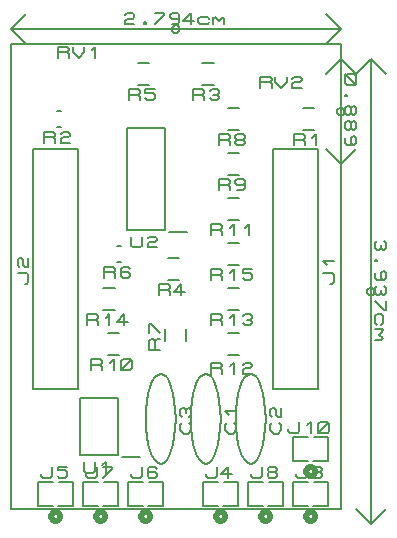
<source format=gbr>
G04 PROTEUS GERBER X2 FILE*
%TF.GenerationSoftware,Labcenter,Proteus,8.9-SP0-Build27865*%
%TF.CreationDate,2021-07-06T13:58:13+00:00*%
%TF.FileFunction,Legend,Top*%
%TF.FilePolarity,Positive*%
%TF.Part,Single*%
%TF.SameCoordinates,{18627ce9-af7a-45ab-814d-a4259279258d}*%
%FSLAX45Y45*%
%MOMM*%
G01*
%TA.AperFunction,NonMaterial*%
%ADD21C,0.203200*%
%TA.AperFunction,Material*%
%ADD22C,0.203200*%
%ADD23C,0.200000*%
%ADD24C,0.508000*%
%ADD25C,0.152400*%
%TA.AperFunction,Profile*%
%ADD20C,0.203200*%
%TD.AperFunction*%
D21*
X-9906000Y+3429000D02*
X-7112000Y+3429000D01*
X-9906000Y+3429000D02*
X-9779000Y+3302000D01*
X-9906000Y+3429000D02*
X-9779000Y+3556000D01*
X-7112000Y+3429000D02*
X-7239000Y+3556000D01*
X-7112000Y+3429000D02*
X-7239000Y+3302000D01*
X-8477250Y+3429000D02*
X-8477359Y+3431634D01*
X-8478249Y+3436903D01*
X-8480111Y+3442172D01*
X-8483154Y+3447441D01*
X-8487809Y+3452643D01*
X-8493078Y+3456469D01*
X-8498347Y+3458909D01*
X-8503616Y+3460290D01*
X-8508885Y+3460750D01*
X-8509000Y+3460750D01*
X-8540750Y+3429000D02*
X-8540641Y+3431634D01*
X-8539751Y+3436903D01*
X-8537889Y+3442172D01*
X-8534846Y+3447441D01*
X-8530191Y+3452643D01*
X-8524922Y+3456469D01*
X-8519653Y+3458909D01*
X-8514384Y+3460290D01*
X-8509115Y+3460750D01*
X-8509000Y+3460750D01*
X-8540750Y+3429000D02*
X-8540641Y+3426366D01*
X-8539751Y+3421097D01*
X-8537889Y+3415828D01*
X-8534846Y+3410559D01*
X-8530191Y+3405357D01*
X-8524922Y+3401531D01*
X-8519653Y+3399091D01*
X-8514384Y+3397710D01*
X-8509115Y+3397250D01*
X-8509000Y+3397250D01*
X-8477250Y+3429000D02*
X-8477359Y+3426366D01*
X-8478249Y+3421097D01*
X-8480111Y+3415828D01*
X-8483154Y+3410559D01*
X-8487809Y+3405357D01*
X-8493078Y+3401531D01*
X-8498347Y+3399091D01*
X-8503616Y+3397710D01*
X-8508885Y+3397250D01*
X-8509000Y+3397250D01*
X-8937625Y+3545840D02*
X-8921750Y+3561080D01*
X-8874125Y+3561080D01*
X-8858250Y+3545840D01*
X-8858250Y+3530600D01*
X-8874125Y+3515360D01*
X-8921750Y+3515360D01*
X-8937625Y+3500120D01*
X-8937625Y+3469640D01*
X-8858250Y+3469640D01*
X-8778875Y+3484880D02*
X-8763000Y+3484880D01*
X-8763000Y+3469640D01*
X-8778875Y+3469640D01*
X-8778875Y+3484880D01*
X-8683625Y+3561080D02*
X-8604250Y+3561080D01*
X-8604250Y+3545840D01*
X-8683625Y+3469640D01*
X-8477250Y+3530600D02*
X-8493125Y+3515360D01*
X-8540750Y+3515360D01*
X-8556625Y+3530600D01*
X-8556625Y+3545840D01*
X-8540750Y+3561080D01*
X-8493125Y+3561080D01*
X-8477250Y+3545840D01*
X-8477250Y+3484880D01*
X-8493125Y+3469640D01*
X-8540750Y+3469640D01*
X-8350250Y+3500120D02*
X-8445500Y+3500120D01*
X-8382000Y+3561080D01*
X-8382000Y+3469640D01*
X-8223250Y+3515360D02*
X-8239125Y+3530600D01*
X-8302625Y+3530600D01*
X-8318500Y+3515360D01*
X-8318500Y+3484880D01*
X-8302625Y+3469640D01*
X-8239125Y+3469640D01*
X-8223250Y+3484880D01*
X-8191500Y+3469640D02*
X-8191500Y+3530600D01*
X-8191500Y+3515360D02*
X-8175625Y+3530600D01*
X-8143875Y+3500120D01*
X-8112125Y+3530600D01*
X-8096250Y+3515360D01*
X-8096250Y+3469640D01*
X-6858000Y+3175000D02*
X-6858000Y-762000D01*
X-6858000Y+3175000D02*
X-6985000Y+3048000D01*
X-6858000Y+3175000D02*
X-6731000Y+3048000D01*
X-6858000Y-762000D02*
X-6731000Y-635000D01*
X-6858000Y-762000D02*
X-6985000Y-635000D01*
X-6826250Y+1206500D02*
X-6826359Y+1209134D01*
X-6827249Y+1214403D01*
X-6829111Y+1219672D01*
X-6832154Y+1224941D01*
X-6836809Y+1230143D01*
X-6842078Y+1233969D01*
X-6847347Y+1236409D01*
X-6852616Y+1237790D01*
X-6857885Y+1238250D01*
X-6858000Y+1238250D01*
X-6889750Y+1206500D02*
X-6889641Y+1209134D01*
X-6888751Y+1214403D01*
X-6886889Y+1219672D01*
X-6883846Y+1224941D01*
X-6879191Y+1230143D01*
X-6873922Y+1233969D01*
X-6868653Y+1236409D01*
X-6863384Y+1237790D01*
X-6858115Y+1238250D01*
X-6858000Y+1238250D01*
X-6889750Y+1206500D02*
X-6889641Y+1203866D01*
X-6888751Y+1198597D01*
X-6886889Y+1193328D01*
X-6883846Y+1188059D01*
X-6879191Y+1182857D01*
X-6873922Y+1179031D01*
X-6868653Y+1176591D01*
X-6863384Y+1175210D01*
X-6858115Y+1174750D01*
X-6858000Y+1174750D01*
X-6826250Y+1206500D02*
X-6826359Y+1203866D01*
X-6827249Y+1198597D01*
X-6829111Y+1193328D01*
X-6832154Y+1188059D01*
X-6836809Y+1182857D01*
X-6842078Y+1179031D01*
X-6847347Y+1176591D01*
X-6852616Y+1175210D01*
X-6857885Y+1174750D01*
X-6858000Y+1174750D01*
X-6741160Y+1635125D02*
X-6725920Y+1619250D01*
X-6725920Y+1571625D01*
X-6741160Y+1555750D01*
X-6756400Y+1555750D01*
X-6771640Y+1571625D01*
X-6786880Y+1555750D01*
X-6802120Y+1555750D01*
X-6817360Y+1571625D01*
X-6817360Y+1619250D01*
X-6802120Y+1635125D01*
X-6771640Y+1603375D02*
X-6771640Y+1571625D01*
X-6802120Y+1476375D02*
X-6802120Y+1460500D01*
X-6817360Y+1460500D01*
X-6817360Y+1476375D01*
X-6802120Y+1476375D01*
X-6756400Y+1301750D02*
X-6771640Y+1317625D01*
X-6771640Y+1365250D01*
X-6756400Y+1381125D01*
X-6741160Y+1381125D01*
X-6725920Y+1365250D01*
X-6725920Y+1317625D01*
X-6741160Y+1301750D01*
X-6802120Y+1301750D01*
X-6817360Y+1317625D01*
X-6817360Y+1365250D01*
X-6741160Y+1254125D02*
X-6725920Y+1238250D01*
X-6725920Y+1190625D01*
X-6741160Y+1174750D01*
X-6756400Y+1174750D01*
X-6771640Y+1190625D01*
X-6786880Y+1174750D01*
X-6802120Y+1174750D01*
X-6817360Y+1190625D01*
X-6817360Y+1238250D01*
X-6802120Y+1254125D01*
X-6771640Y+1222375D02*
X-6771640Y+1190625D01*
X-6725920Y+1127125D02*
X-6725920Y+1047750D01*
X-6741160Y+1047750D01*
X-6817360Y+1127125D01*
X-6771640Y+920750D02*
X-6756400Y+936625D01*
X-6756400Y+1000125D01*
X-6771640Y+1016000D01*
X-6802120Y+1016000D01*
X-6817360Y+1000125D01*
X-6817360Y+936625D01*
X-6802120Y+920750D01*
X-6817360Y+889000D02*
X-6756400Y+889000D01*
X-6771640Y+889000D02*
X-6756400Y+873125D01*
X-6786880Y+841375D01*
X-6756400Y+809625D01*
X-6771640Y+793750D01*
X-6817360Y+793750D01*
D22*
X-7683500Y+381000D02*
X-7302500Y+381000D01*
X-7302500Y+2413000D01*
X-7683500Y+2413000D01*
X-7683500Y+381000D01*
X-7200900Y+1270000D02*
X-7185660Y+1270000D01*
X-7170420Y+1285875D01*
X-7170420Y+1349375D01*
X-7185660Y+1365250D01*
X-7261860Y+1365250D01*
X-7231380Y+1428750D02*
X-7261860Y+1460500D01*
X-7170420Y+1460500D01*
X-9715500Y+381000D02*
X-9334500Y+381000D01*
X-9334500Y+2413000D01*
X-9715500Y+2413000D01*
X-9715500Y+381000D01*
X-9786620Y+1270000D02*
X-9771380Y+1270000D01*
X-9756140Y+1285875D01*
X-9756140Y+1349375D01*
X-9771380Y+1365250D01*
X-9847580Y+1365250D01*
X-9832340Y+1412875D02*
X-9847580Y+1428750D01*
X-9847580Y+1476375D01*
X-9832340Y+1492250D01*
X-9817100Y+1492250D01*
X-9801860Y+1476375D01*
X-9801860Y+1428750D01*
X-9786620Y+1412875D01*
X-9756140Y+1412875D01*
X-9756140Y+1492250D01*
D21*
X-7112000Y+3175000D02*
X-7112000Y+2286000D01*
X-7112000Y+3175000D02*
X-7239000Y+3048000D01*
X-7112000Y+3175000D02*
X-6985000Y+3048000D01*
X-7112000Y+2286000D02*
X-6985000Y+2413000D01*
X-7112000Y+2286000D02*
X-7239000Y+2413000D01*
X-7080250Y+2730500D02*
X-7080359Y+2733134D01*
X-7081249Y+2738403D01*
X-7083111Y+2743672D01*
X-7086154Y+2748941D01*
X-7090809Y+2754143D01*
X-7096078Y+2757969D01*
X-7101347Y+2760409D01*
X-7106616Y+2761790D01*
X-7111885Y+2762250D01*
X-7112000Y+2762250D01*
X-7143750Y+2730500D02*
X-7143641Y+2733134D01*
X-7142751Y+2738403D01*
X-7140889Y+2743672D01*
X-7137846Y+2748941D01*
X-7133191Y+2754143D01*
X-7127922Y+2757969D01*
X-7122653Y+2760409D01*
X-7117384Y+2761790D01*
X-7112115Y+2762250D01*
X-7112000Y+2762250D01*
X-7143750Y+2730500D02*
X-7143641Y+2727866D01*
X-7142751Y+2722597D01*
X-7140889Y+2717328D01*
X-7137846Y+2712059D01*
X-7133191Y+2706857D01*
X-7127922Y+2703031D01*
X-7122653Y+2700591D01*
X-7117384Y+2699210D01*
X-7112115Y+2698750D01*
X-7112000Y+2698750D01*
X-7080250Y+2730500D02*
X-7080359Y+2727866D01*
X-7081249Y+2722597D01*
X-7083111Y+2717328D01*
X-7086154Y+2712059D01*
X-7090809Y+2706857D01*
X-7096078Y+2703031D01*
X-7101347Y+2700591D01*
X-7106616Y+2699210D01*
X-7111885Y+2698750D01*
X-7112000Y+2698750D01*
X-7056120Y+3048000D02*
X-6995160Y+3048000D01*
X-6979920Y+3032125D01*
X-6979920Y+2968625D01*
X-6995160Y+2952750D01*
X-7056120Y+2952750D01*
X-7071360Y+2968625D01*
X-7071360Y+3032125D01*
X-7056120Y+3048000D01*
X-7071360Y+3048000D02*
X-6979920Y+2952750D01*
X-7056120Y+2873375D02*
X-7056120Y+2857500D01*
X-7071360Y+2857500D01*
X-7071360Y+2873375D01*
X-7056120Y+2873375D01*
X-7025640Y+2762250D02*
X-7010400Y+2778125D01*
X-6995160Y+2778125D01*
X-6979920Y+2762250D01*
X-6979920Y+2714625D01*
X-6995160Y+2698750D01*
X-7010400Y+2698750D01*
X-7025640Y+2714625D01*
X-7025640Y+2762250D01*
X-7040880Y+2778125D01*
X-7056120Y+2778125D01*
X-7071360Y+2762250D01*
X-7071360Y+2714625D01*
X-7056120Y+2698750D01*
X-7040880Y+2698750D01*
X-7025640Y+2714625D01*
X-7025640Y+2635250D02*
X-7010400Y+2651125D01*
X-6995160Y+2651125D01*
X-6979920Y+2635250D01*
X-6979920Y+2587625D01*
X-6995160Y+2571750D01*
X-7010400Y+2571750D01*
X-7025640Y+2587625D01*
X-7025640Y+2635250D01*
X-7040880Y+2651125D01*
X-7056120Y+2651125D01*
X-7071360Y+2635250D01*
X-7071360Y+2587625D01*
X-7056120Y+2571750D01*
X-7040880Y+2571750D01*
X-7025640Y+2587625D01*
X-7010400Y+2444750D02*
X-7025640Y+2460625D01*
X-7025640Y+2508250D01*
X-7010400Y+2524125D01*
X-6995160Y+2524125D01*
X-6979920Y+2508250D01*
X-6979920Y+2460625D01*
X-6995160Y+2444750D01*
X-7056120Y+2444750D01*
X-7071360Y+2460625D01*
X-7071360Y+2508250D01*
D23*
X-8923000Y+1727000D02*
X-8603000Y+1727000D01*
X-8603000Y+2591000D01*
X-8923000Y+2591000D01*
X-8923000Y+1727000D01*
X-8415000Y+1711000D02*
X-8568000Y+1711000D01*
D22*
X-8890000Y+1670520D02*
X-8890000Y+1594320D01*
X-8874125Y+1579080D01*
X-8810625Y+1579080D01*
X-8794750Y+1594320D01*
X-8794750Y+1670520D01*
X-8747125Y+1655280D02*
X-8731250Y+1670520D01*
X-8683625Y+1670520D01*
X-8667750Y+1655280D01*
X-8667750Y+1640040D01*
X-8683625Y+1624800D01*
X-8731250Y+1624800D01*
X-8747125Y+1609560D01*
X-8747125Y+1579080D01*
X-8667750Y+1579080D01*
D23*
X-9321000Y-181500D02*
X-9001000Y-181500D01*
X-9001000Y+308500D01*
X-9321000Y+308500D01*
X-9321000Y-181500D01*
X-8813000Y-194500D02*
X-8966000Y-194500D01*
D22*
X-9288000Y-234980D02*
X-9288000Y-311180D01*
X-9272125Y-326420D01*
X-9208625Y-326420D01*
X-9192750Y-311180D01*
X-9192750Y-234980D01*
X-9129250Y-265460D02*
X-9097500Y-234980D01*
X-9097500Y-326420D01*
X-7791450Y+2932430D02*
X-7791450Y+3023870D01*
X-7712075Y+3023870D01*
X-7696200Y+3008630D01*
X-7696200Y+2993390D01*
X-7712075Y+2978150D01*
X-7791450Y+2978150D01*
X-7712075Y+2978150D02*
X-7696200Y+2962910D01*
X-7696200Y+2932430D01*
X-7664450Y+3023870D02*
X-7664450Y+2978150D01*
X-7616825Y+2932430D01*
X-7569200Y+2978150D01*
X-7569200Y+3023870D01*
X-7521575Y+3008630D02*
X-7505700Y+3023870D01*
X-7458075Y+3023870D01*
X-7442200Y+3008630D01*
X-7442200Y+2993390D01*
X-7458075Y+2978150D01*
X-7505700Y+2978150D01*
X-7521575Y+2962910D01*
X-7521575Y+2932430D01*
X-7442200Y+2932430D01*
X-9505950Y+3186430D02*
X-9505950Y+3277870D01*
X-9426575Y+3277870D01*
X-9410700Y+3262630D01*
X-9410700Y+3247390D01*
X-9426575Y+3232150D01*
X-9505950Y+3232150D01*
X-9426575Y+3232150D02*
X-9410700Y+3216910D01*
X-9410700Y+3186430D01*
X-9378950Y+3277870D02*
X-9378950Y+3232150D01*
X-9331325Y+3186430D01*
X-9283700Y+3232150D01*
X-9283700Y+3277870D01*
X-9220200Y+3247390D02*
X-9188450Y+3277870D01*
X-9188450Y+3186430D01*
D23*
X-7969000Y+1614000D02*
X-8069000Y+1614000D01*
X-7969000Y+1434000D02*
X-8069000Y+1434000D01*
D22*
X-8209500Y+1302080D02*
X-8209500Y+1393520D01*
X-8130125Y+1393520D01*
X-8114250Y+1378280D01*
X-8114250Y+1363040D01*
X-8130125Y+1347800D01*
X-8209500Y+1347800D01*
X-8130125Y+1347800D02*
X-8114250Y+1332560D01*
X-8114250Y+1302080D01*
X-8050750Y+1363040D02*
X-8019000Y+1393520D01*
X-8019000Y+1302080D01*
X-7860250Y+1393520D02*
X-7939625Y+1393520D01*
X-7939625Y+1363040D01*
X-7876125Y+1363040D01*
X-7860250Y+1347800D01*
X-7860250Y+1317320D01*
X-7876125Y+1302080D01*
X-7923750Y+1302080D01*
X-7939625Y+1317320D01*
D23*
X-9021000Y+1233000D02*
X-9121000Y+1233000D01*
X-9021000Y+1053000D02*
X-9121000Y+1053000D01*
D22*
X-9261500Y+921080D02*
X-9261500Y+1012520D01*
X-9182125Y+1012520D01*
X-9166250Y+997280D01*
X-9166250Y+982040D01*
X-9182125Y+966800D01*
X-9261500Y+966800D01*
X-9182125Y+966800D02*
X-9166250Y+951560D01*
X-9166250Y+921080D01*
X-9102750Y+982040D02*
X-9071000Y+1012520D01*
X-9071000Y+921080D01*
X-8912250Y+951560D02*
X-9007500Y+951560D01*
X-8944000Y+1012520D01*
X-8944000Y+921080D01*
D23*
X-7969000Y+1233000D02*
X-8069000Y+1233000D01*
X-7969000Y+1053000D02*
X-8069000Y+1053000D01*
D22*
X-8209500Y+921080D02*
X-8209500Y+1012520D01*
X-8130125Y+1012520D01*
X-8114250Y+997280D01*
X-8114250Y+982040D01*
X-8130125Y+966800D01*
X-8209500Y+966800D01*
X-8130125Y+966800D02*
X-8114250Y+951560D01*
X-8114250Y+921080D01*
X-8050750Y+982040D02*
X-8019000Y+1012520D01*
X-8019000Y+921080D01*
X-7939625Y+997280D02*
X-7923750Y+1012520D01*
X-7876125Y+1012520D01*
X-7860250Y+997280D01*
X-7860250Y+982040D01*
X-7876125Y+966800D01*
X-7860250Y+951560D01*
X-7860250Y+936320D01*
X-7876125Y+921080D01*
X-7923750Y+921080D01*
X-7939625Y+936320D01*
X-7907875Y+966800D02*
X-7876125Y+966800D01*
D23*
X-8069000Y+672000D02*
X-7969000Y+672000D01*
X-8069000Y+852000D02*
X-7969000Y+852000D01*
D22*
X-8209500Y+511480D02*
X-8209500Y+602920D01*
X-8130125Y+602920D01*
X-8114250Y+587680D01*
X-8114250Y+572440D01*
X-8130125Y+557200D01*
X-8209500Y+557200D01*
X-8130125Y+557200D02*
X-8114250Y+541960D01*
X-8114250Y+511480D01*
X-8050750Y+572440D02*
X-8019000Y+602920D01*
X-8019000Y+511480D01*
X-7939625Y+587680D02*
X-7923750Y+602920D01*
X-7876125Y+602920D01*
X-7860250Y+587680D01*
X-7860250Y+572440D01*
X-7876125Y+557200D01*
X-7923750Y+557200D01*
X-7939625Y+541960D01*
X-7939625Y+511480D01*
X-7860250Y+511480D01*
D23*
X-7969000Y+1995000D02*
X-8069000Y+1995000D01*
X-7969000Y+1815000D02*
X-8069000Y+1815000D01*
D22*
X-8209500Y+1683080D02*
X-8209500Y+1774520D01*
X-8130125Y+1774520D01*
X-8114250Y+1759280D01*
X-8114250Y+1744040D01*
X-8130125Y+1728800D01*
X-8209500Y+1728800D01*
X-8130125Y+1728800D02*
X-8114250Y+1713560D01*
X-8114250Y+1683080D01*
X-8050750Y+1744040D02*
X-8019000Y+1774520D01*
X-8019000Y+1683080D01*
X-7923750Y+1744040D02*
X-7892000Y+1774520D01*
X-7892000Y+1683080D01*
D23*
X-8985000Y+852000D02*
X-9085000Y+852000D01*
X-8985000Y+672000D02*
X-9085000Y+672000D01*
D22*
X-9225500Y+540080D02*
X-9225500Y+631520D01*
X-9146125Y+631520D01*
X-9130250Y+616280D01*
X-9130250Y+601040D01*
X-9146125Y+585800D01*
X-9225500Y+585800D01*
X-9146125Y+585800D02*
X-9130250Y+570560D01*
X-9130250Y+540080D01*
X-9066750Y+601040D02*
X-9035000Y+631520D01*
X-9035000Y+540080D01*
X-8971500Y+555320D02*
X-8971500Y+616280D01*
X-8955625Y+631520D01*
X-8892125Y+631520D01*
X-8876250Y+616280D01*
X-8876250Y+555320D01*
X-8892125Y+540080D01*
X-8955625Y+540080D01*
X-8971500Y+555320D01*
X-8971500Y+540080D02*
X-8876250Y+631520D01*
D23*
X-7969000Y+2376000D02*
X-8069000Y+2376000D01*
X-7969000Y+2196000D02*
X-8069000Y+2196000D01*
D22*
X-8146000Y+2064080D02*
X-8146000Y+2155520D01*
X-8066625Y+2155520D01*
X-8050750Y+2140280D01*
X-8050750Y+2125040D01*
X-8066625Y+2109800D01*
X-8146000Y+2109800D01*
X-8066625Y+2109800D02*
X-8050750Y+2094560D01*
X-8050750Y+2064080D01*
X-7923750Y+2125040D02*
X-7939625Y+2109800D01*
X-7987250Y+2109800D01*
X-8003125Y+2125040D01*
X-8003125Y+2140280D01*
X-7987250Y+2155520D01*
X-7939625Y+2155520D01*
X-7923750Y+2140280D01*
X-7923750Y+2079320D01*
X-7939625Y+2064080D01*
X-7987250Y+2064080D01*
D23*
X-7969000Y+2757000D02*
X-8069000Y+2757000D01*
X-7969000Y+2577000D02*
X-8069000Y+2577000D01*
D22*
X-8146000Y+2445080D02*
X-8146000Y+2536520D01*
X-8066625Y+2536520D01*
X-8050750Y+2521280D01*
X-8050750Y+2506040D01*
X-8066625Y+2490800D01*
X-8146000Y+2490800D01*
X-8066625Y+2490800D02*
X-8050750Y+2475560D01*
X-8050750Y+2445080D01*
X-7987250Y+2490800D02*
X-8003125Y+2506040D01*
X-8003125Y+2521280D01*
X-7987250Y+2536520D01*
X-7939625Y+2536520D01*
X-7923750Y+2521280D01*
X-7923750Y+2506040D01*
X-7939625Y+2490800D01*
X-7987250Y+2490800D01*
X-8003125Y+2475560D01*
X-8003125Y+2460320D01*
X-7987250Y+2445080D01*
X-7939625Y+2445080D01*
X-7923750Y+2460320D01*
X-7923750Y+2475560D01*
X-7939625Y+2490800D01*
D23*
X-8419000Y+785000D02*
X-8419000Y+885000D01*
X-8599000Y+785000D02*
X-8599000Y+885000D01*
D22*
X-8639480Y+708000D02*
X-8730920Y+708000D01*
X-8730920Y+787375D01*
X-8715680Y+803250D01*
X-8700440Y+803250D01*
X-8685200Y+787375D01*
X-8685200Y+708000D01*
X-8685200Y+787375D02*
X-8669960Y+803250D01*
X-8639480Y+803250D01*
X-8730920Y+850875D02*
X-8730920Y+930250D01*
X-8715680Y+930250D01*
X-8639480Y+850875D01*
D23*
X-8975000Y+1594000D02*
X-9005000Y+1594000D01*
X-8975000Y+1454000D02*
X-9005000Y+1454000D01*
D22*
X-9117000Y+1322080D02*
X-9117000Y+1413520D01*
X-9037625Y+1413520D01*
X-9021750Y+1398280D01*
X-9021750Y+1383040D01*
X-9037625Y+1367800D01*
X-9117000Y+1367800D01*
X-9037625Y+1367800D02*
X-9021750Y+1352560D01*
X-9021750Y+1322080D01*
X-8894750Y+1398280D02*
X-8910625Y+1413520D01*
X-8958250Y+1413520D01*
X-8974125Y+1398280D01*
X-8974125Y+1337320D01*
X-8958250Y+1322080D01*
X-8910625Y+1322080D01*
X-8894750Y+1337320D01*
X-8894750Y+1352560D01*
X-8910625Y+1367800D01*
X-8974125Y+1367800D01*
D23*
X-8731000Y+3138000D02*
X-8831000Y+3138000D01*
X-8731000Y+2958000D02*
X-8831000Y+2958000D01*
D22*
X-8908000Y+2826080D02*
X-8908000Y+2917520D01*
X-8828625Y+2917520D01*
X-8812750Y+2902280D01*
X-8812750Y+2887040D01*
X-8828625Y+2871800D01*
X-8908000Y+2871800D01*
X-8828625Y+2871800D02*
X-8812750Y+2856560D01*
X-8812750Y+2826080D01*
X-8685750Y+2917520D02*
X-8765125Y+2917520D01*
X-8765125Y+2887040D01*
X-8701625Y+2887040D01*
X-8685750Y+2871800D01*
X-8685750Y+2841320D01*
X-8701625Y+2826080D01*
X-8749250Y+2826080D01*
X-8765125Y+2841320D01*
D23*
X-8477000Y+1487000D02*
X-8577000Y+1487000D01*
X-8477000Y+1307000D02*
X-8577000Y+1307000D01*
D22*
X-8654000Y+1175080D02*
X-8654000Y+1266520D01*
X-8574625Y+1266520D01*
X-8558750Y+1251280D01*
X-8558750Y+1236040D01*
X-8574625Y+1220800D01*
X-8654000Y+1220800D01*
X-8574625Y+1220800D02*
X-8558750Y+1205560D01*
X-8558750Y+1175080D01*
X-8431750Y+1205560D02*
X-8527000Y+1205560D01*
X-8463500Y+1266520D01*
X-8463500Y+1175080D01*
D23*
X-8187000Y+3138000D02*
X-8287000Y+3138000D01*
X-8187000Y+2958000D02*
X-8287000Y+2958000D01*
D22*
X-8364000Y+2826080D02*
X-8364000Y+2917520D01*
X-8284625Y+2917520D01*
X-8268750Y+2902280D01*
X-8268750Y+2887040D01*
X-8284625Y+2871800D01*
X-8364000Y+2871800D01*
X-8284625Y+2871800D02*
X-8268750Y+2856560D01*
X-8268750Y+2826080D01*
X-8221125Y+2902280D02*
X-8205250Y+2917520D01*
X-8157625Y+2917520D01*
X-8141750Y+2902280D01*
X-8141750Y+2887040D01*
X-8157625Y+2871800D01*
X-8141750Y+2856560D01*
X-8141750Y+2841320D01*
X-8157625Y+2826080D01*
X-8205250Y+2826080D01*
X-8221125Y+2841320D01*
X-8189375Y+2871800D02*
X-8157625Y+2871800D01*
D23*
X-9483000Y+2737000D02*
X-9513000Y+2737000D01*
X-9483000Y+2597000D02*
X-9513000Y+2597000D01*
D22*
X-9625000Y+2465080D02*
X-9625000Y+2556520D01*
X-9545625Y+2556520D01*
X-9529750Y+2541280D01*
X-9529750Y+2526040D01*
X-9545625Y+2510800D01*
X-9625000Y+2510800D01*
X-9545625Y+2510800D02*
X-9529750Y+2495560D01*
X-9529750Y+2465080D01*
X-9482125Y+2541280D02*
X-9466250Y+2556520D01*
X-9418625Y+2556520D01*
X-9402750Y+2541280D01*
X-9402750Y+2526040D01*
X-9418625Y+2510800D01*
X-9466250Y+2510800D01*
X-9482125Y+2495560D01*
X-9482125Y+2465080D01*
X-9402750Y+2465080D01*
D23*
X-7334000Y+2757000D02*
X-7434000Y+2757000D01*
X-7334000Y+2577000D02*
X-7434000Y+2577000D01*
D22*
X-7511000Y+2445080D02*
X-7511000Y+2536520D01*
X-7431625Y+2536520D01*
X-7415750Y+2521280D01*
X-7415750Y+2506040D01*
X-7431625Y+2490800D01*
X-7511000Y+2490800D01*
X-7431625Y+2490800D02*
X-7415750Y+2475560D01*
X-7415750Y+2445080D01*
X-7352250Y+2506040D02*
X-7320500Y+2536520D01*
X-7320500Y+2445080D01*
X-8255000Y+508000D02*
X-8229124Y+500484D01*
X-8205152Y+478830D01*
X-8183562Y+444376D01*
X-8164830Y+398462D01*
X-8149431Y+342429D01*
X-8137842Y+277614D01*
X-8130540Y+205358D01*
X-8128000Y+127000D01*
X-8255000Y-254000D02*
X-8229124Y-246380D01*
X-8205152Y-224472D01*
X-8183562Y-189706D01*
X-8164830Y-143510D01*
X-8149431Y-87312D01*
X-8137842Y-22542D01*
X-8130540Y+49371D01*
X-8128000Y+127000D01*
X-8255000Y-254000D02*
X-8280876Y-246380D01*
X-8304848Y-224472D01*
X-8326438Y-189706D01*
X-8345170Y-143510D01*
X-8360569Y-87312D01*
X-8372158Y-22542D01*
X-8379460Y+49371D01*
X-8382000Y+127000D01*
X-8255000Y+508000D02*
X-8280876Y+500484D01*
X-8304848Y+478830D01*
X-8326438Y+444376D01*
X-8345170Y+398462D01*
X-8360569Y+342429D01*
X-8372158Y+277614D01*
X-8379460Y+205358D01*
X-8382000Y+127000D01*
X-8011160Y+95250D02*
X-7995920Y+79375D01*
X-7995920Y+31750D01*
X-8026400Y+0D01*
X-8056880Y+0D01*
X-8087360Y+31750D01*
X-8087360Y+79375D01*
X-8072120Y+95250D01*
X-8056880Y+158750D02*
X-8087360Y+190500D01*
X-7995920Y+190500D01*
X-7874000Y+508000D02*
X-7848124Y+500484D01*
X-7824152Y+478830D01*
X-7802562Y+444376D01*
X-7783830Y+398462D01*
X-7768431Y+342429D01*
X-7756842Y+277614D01*
X-7749540Y+205358D01*
X-7747000Y+127000D01*
X-7874000Y-254000D02*
X-7848124Y-246380D01*
X-7824152Y-224472D01*
X-7802562Y-189706D01*
X-7783830Y-143510D01*
X-7768431Y-87312D01*
X-7756842Y-22542D01*
X-7749540Y+49371D01*
X-7747000Y+127000D01*
X-7874000Y-254000D02*
X-7899876Y-246380D01*
X-7923848Y-224472D01*
X-7945438Y-189706D01*
X-7964170Y-143510D01*
X-7979569Y-87312D01*
X-7991158Y-22542D01*
X-7998460Y+49371D01*
X-8001000Y+127000D01*
X-7874000Y+508000D02*
X-7899876Y+500484D01*
X-7923848Y+478830D01*
X-7945438Y+444376D01*
X-7964170Y+398462D01*
X-7979569Y+342429D01*
X-7991158Y+277614D01*
X-7998460Y+205358D01*
X-8001000Y+127000D01*
X-7630160Y+95250D02*
X-7614920Y+79375D01*
X-7614920Y+31750D01*
X-7645400Y+0D01*
X-7675880Y+0D01*
X-7706360Y+31750D01*
X-7706360Y+79375D01*
X-7691120Y+95250D01*
X-7691120Y+142875D02*
X-7706360Y+158750D01*
X-7706360Y+206375D01*
X-7691120Y+222250D01*
X-7675880Y+222250D01*
X-7660640Y+206375D01*
X-7660640Y+158750D01*
X-7645400Y+142875D01*
X-7614920Y+142875D01*
X-7614920Y+222250D01*
X-8636000Y+508000D02*
X-8610124Y+500484D01*
X-8586152Y+478830D01*
X-8564562Y+444376D01*
X-8545830Y+398462D01*
X-8530431Y+342429D01*
X-8518842Y+277614D01*
X-8511540Y+205358D01*
X-8509000Y+127000D01*
X-8636000Y-254000D02*
X-8610124Y-246380D01*
X-8586152Y-224472D01*
X-8564562Y-189706D01*
X-8545830Y-143510D01*
X-8530431Y-87312D01*
X-8518842Y-22542D01*
X-8511540Y+49371D01*
X-8509000Y+127000D01*
X-8636000Y-254000D02*
X-8661876Y-246380D01*
X-8685848Y-224472D01*
X-8707438Y-189706D01*
X-8726170Y-143510D01*
X-8741569Y-87312D01*
X-8753158Y-22542D01*
X-8760460Y+49371D01*
X-8763000Y+127000D01*
X-8636000Y+508000D02*
X-8661876Y+500484D01*
X-8685848Y+478830D01*
X-8707438Y+444376D01*
X-8726170Y+398462D01*
X-8741569Y+342429D01*
X-8753158Y+277614D01*
X-8760460Y+205358D01*
X-8763000Y+127000D01*
X-8392160Y+95250D02*
X-8376920Y+79375D01*
X-8376920Y+31750D01*
X-8407400Y+0D01*
X-8437880Y+0D01*
X-8468360Y+31750D01*
X-8468360Y+79375D01*
X-8453120Y+95250D01*
X-8453120Y+142875D02*
X-8468360Y+158750D01*
X-8468360Y+206375D01*
X-8453120Y+222250D01*
X-8437880Y+222250D01*
X-8422640Y+206375D01*
X-8407400Y+222250D01*
X-8392160Y+222250D01*
X-8376920Y+206375D01*
X-8376920Y+158750D01*
X-8392160Y+142875D01*
X-8422640Y+174625D02*
X-8422640Y+206375D01*
D24*
X-9486900Y-698500D02*
X-9487031Y-695342D01*
X-9488097Y-689024D01*
X-9490328Y-682706D01*
X-9493973Y-676388D01*
X-9499548Y-670149D01*
X-9505866Y-665553D01*
X-9512184Y-662620D01*
X-9518502Y-660958D01*
X-9524820Y-660400D01*
X-9525000Y-660400D01*
X-9563100Y-698500D02*
X-9562969Y-695342D01*
X-9561903Y-689024D01*
X-9559672Y-682706D01*
X-9556027Y-676388D01*
X-9550452Y-670149D01*
X-9544134Y-665553D01*
X-9537816Y-662620D01*
X-9531498Y-660958D01*
X-9525180Y-660400D01*
X-9525000Y-660400D01*
X-9563100Y-698500D02*
X-9562969Y-701658D01*
X-9561903Y-707976D01*
X-9559672Y-714294D01*
X-9556027Y-720612D01*
X-9550452Y-726851D01*
X-9544134Y-731447D01*
X-9537816Y-734380D01*
X-9531498Y-736042D01*
X-9525180Y-736600D01*
X-9525000Y-736600D01*
X-9486900Y-698500D02*
X-9487031Y-701658D01*
X-9488097Y-707976D01*
X-9490328Y-714294D01*
X-9493973Y-720612D01*
X-9499548Y-726851D01*
X-9505866Y-731447D01*
X-9512184Y-734380D01*
X-9518502Y-736042D01*
X-9524820Y-736600D01*
X-9525000Y-736600D01*
D25*
X-9674860Y-608660D02*
X-9547407Y-608660D01*
X-9375140Y-608660D02*
X-9375140Y-408000D01*
X-9499809Y-408000D01*
X-9674860Y-408000D02*
X-9674860Y-608660D01*
X-9550191Y-408000D02*
X-9674860Y-408000D01*
X-9502593Y-608660D02*
X-9375140Y-608660D01*
D22*
X-9652000Y-339420D02*
X-9652000Y-354660D01*
X-9636125Y-369900D01*
X-9572625Y-369900D01*
X-9556750Y-354660D01*
X-9556750Y-278460D01*
X-9429750Y-278460D02*
X-9509125Y-278460D01*
X-9509125Y-308940D01*
X-9445625Y-308940D01*
X-9429750Y-324180D01*
X-9429750Y-354660D01*
X-9445625Y-369900D01*
X-9493250Y-369900D01*
X-9509125Y-354660D01*
D24*
X-8724900Y-698500D02*
X-8725031Y-695342D01*
X-8726097Y-689024D01*
X-8728328Y-682706D01*
X-8731973Y-676388D01*
X-8737548Y-670149D01*
X-8743866Y-665553D01*
X-8750184Y-662620D01*
X-8756502Y-660958D01*
X-8762820Y-660400D01*
X-8763000Y-660400D01*
X-8801100Y-698500D02*
X-8800969Y-695342D01*
X-8799903Y-689024D01*
X-8797672Y-682706D01*
X-8794027Y-676388D01*
X-8788452Y-670149D01*
X-8782134Y-665553D01*
X-8775816Y-662620D01*
X-8769498Y-660958D01*
X-8763180Y-660400D01*
X-8763000Y-660400D01*
X-8801100Y-698500D02*
X-8800969Y-701658D01*
X-8799903Y-707976D01*
X-8797672Y-714294D01*
X-8794027Y-720612D01*
X-8788452Y-726851D01*
X-8782134Y-731447D01*
X-8775816Y-734380D01*
X-8769498Y-736042D01*
X-8763180Y-736600D01*
X-8763000Y-736600D01*
X-8724900Y-698500D02*
X-8725031Y-701658D01*
X-8726097Y-707976D01*
X-8728328Y-714294D01*
X-8731973Y-720612D01*
X-8737548Y-726851D01*
X-8743866Y-731447D01*
X-8750184Y-734380D01*
X-8756502Y-736042D01*
X-8762820Y-736600D01*
X-8763000Y-736600D01*
D25*
X-8912860Y-608660D02*
X-8785407Y-608660D01*
X-8613140Y-608660D02*
X-8613140Y-408000D01*
X-8737809Y-408000D01*
X-8912860Y-408000D02*
X-8912860Y-608660D01*
X-8788191Y-408000D02*
X-8912860Y-408000D01*
X-8740593Y-608660D02*
X-8613140Y-608660D01*
D22*
X-8890000Y-339420D02*
X-8890000Y-354660D01*
X-8874125Y-369900D01*
X-8810625Y-369900D01*
X-8794750Y-354660D01*
X-8794750Y-278460D01*
X-8667750Y-293700D02*
X-8683625Y-278460D01*
X-8731250Y-278460D01*
X-8747125Y-293700D01*
X-8747125Y-354660D01*
X-8731250Y-369900D01*
X-8683625Y-369900D01*
X-8667750Y-354660D01*
X-8667750Y-339420D01*
X-8683625Y-324180D01*
X-8747125Y-324180D01*
D24*
X-9105900Y-698500D02*
X-9106031Y-695342D01*
X-9107097Y-689024D01*
X-9109328Y-682706D01*
X-9112973Y-676388D01*
X-9118548Y-670149D01*
X-9124866Y-665553D01*
X-9131184Y-662620D01*
X-9137502Y-660958D01*
X-9143820Y-660400D01*
X-9144000Y-660400D01*
X-9182100Y-698500D02*
X-9181969Y-695342D01*
X-9180903Y-689024D01*
X-9178672Y-682706D01*
X-9175027Y-676388D01*
X-9169452Y-670149D01*
X-9163134Y-665553D01*
X-9156816Y-662620D01*
X-9150498Y-660958D01*
X-9144180Y-660400D01*
X-9144000Y-660400D01*
X-9182100Y-698500D02*
X-9181969Y-701658D01*
X-9180903Y-707976D01*
X-9178672Y-714294D01*
X-9175027Y-720612D01*
X-9169452Y-726851D01*
X-9163134Y-731447D01*
X-9156816Y-734380D01*
X-9150498Y-736042D01*
X-9144180Y-736600D01*
X-9144000Y-736600D01*
X-9105900Y-698500D02*
X-9106031Y-701658D01*
X-9107097Y-707976D01*
X-9109328Y-714294D01*
X-9112973Y-720612D01*
X-9118548Y-726851D01*
X-9124866Y-731447D01*
X-9131184Y-734380D01*
X-9137502Y-736042D01*
X-9143820Y-736600D01*
X-9144000Y-736600D01*
D25*
X-9293860Y-608660D02*
X-9166407Y-608660D01*
X-8994140Y-608660D02*
X-8994140Y-408000D01*
X-9118809Y-408000D01*
X-9293860Y-408000D02*
X-9293860Y-608660D01*
X-9169191Y-408000D02*
X-9293860Y-408000D01*
X-9121593Y-608660D02*
X-8994140Y-608660D01*
D22*
X-9271000Y-339420D02*
X-9271000Y-354660D01*
X-9255125Y-369900D01*
X-9191625Y-369900D01*
X-9175750Y-354660D01*
X-9175750Y-278460D01*
X-9128125Y-278460D02*
X-9048750Y-278460D01*
X-9048750Y-293700D01*
X-9128125Y-369900D01*
D24*
X-7327900Y-698500D02*
X-7328031Y-695342D01*
X-7329097Y-689024D01*
X-7331328Y-682706D01*
X-7334973Y-676388D01*
X-7340548Y-670149D01*
X-7346866Y-665553D01*
X-7353184Y-662620D01*
X-7359502Y-660958D01*
X-7365820Y-660400D01*
X-7366000Y-660400D01*
X-7404100Y-698500D02*
X-7403969Y-695342D01*
X-7402903Y-689024D01*
X-7400672Y-682706D01*
X-7397027Y-676388D01*
X-7391452Y-670149D01*
X-7385134Y-665553D01*
X-7378816Y-662620D01*
X-7372498Y-660958D01*
X-7366180Y-660400D01*
X-7366000Y-660400D01*
X-7404100Y-698500D02*
X-7403969Y-701658D01*
X-7402903Y-707976D01*
X-7400672Y-714294D01*
X-7397027Y-720612D01*
X-7391452Y-726851D01*
X-7385134Y-731447D01*
X-7378816Y-734380D01*
X-7372498Y-736042D01*
X-7366180Y-736600D01*
X-7366000Y-736600D01*
X-7327900Y-698500D02*
X-7328031Y-701658D01*
X-7329097Y-707976D01*
X-7331328Y-714294D01*
X-7334973Y-720612D01*
X-7340548Y-726851D01*
X-7346866Y-731447D01*
X-7353184Y-734380D01*
X-7359502Y-736042D01*
X-7365820Y-736600D01*
X-7366000Y-736600D01*
D25*
X-7515860Y-608660D02*
X-7388407Y-608660D01*
X-7216140Y-608660D02*
X-7216140Y-408000D01*
X-7340809Y-408000D01*
X-7515860Y-408000D02*
X-7515860Y-608660D01*
X-7391191Y-408000D02*
X-7515860Y-408000D01*
X-7343593Y-608660D02*
X-7216140Y-608660D01*
D22*
X-7493000Y-339420D02*
X-7493000Y-354660D01*
X-7477125Y-369900D01*
X-7413625Y-369900D01*
X-7397750Y-354660D01*
X-7397750Y-278460D01*
X-7350125Y-293700D02*
X-7334250Y-278460D01*
X-7286625Y-278460D01*
X-7270750Y-293700D01*
X-7270750Y-308940D01*
X-7286625Y-324180D01*
X-7270750Y-339420D01*
X-7270750Y-354660D01*
X-7286625Y-369900D01*
X-7334250Y-369900D01*
X-7350125Y-354660D01*
X-7318375Y-324180D02*
X-7286625Y-324180D01*
D24*
X-7708900Y-698500D02*
X-7709031Y-695342D01*
X-7710097Y-689024D01*
X-7712328Y-682706D01*
X-7715973Y-676388D01*
X-7721548Y-670149D01*
X-7727866Y-665553D01*
X-7734184Y-662620D01*
X-7740502Y-660958D01*
X-7746820Y-660400D01*
X-7747000Y-660400D01*
X-7785100Y-698500D02*
X-7784969Y-695342D01*
X-7783903Y-689024D01*
X-7781672Y-682706D01*
X-7778027Y-676388D01*
X-7772452Y-670149D01*
X-7766134Y-665553D01*
X-7759816Y-662620D01*
X-7753498Y-660958D01*
X-7747180Y-660400D01*
X-7747000Y-660400D01*
X-7785100Y-698500D02*
X-7784969Y-701658D01*
X-7783903Y-707976D01*
X-7781672Y-714294D01*
X-7778027Y-720612D01*
X-7772452Y-726851D01*
X-7766134Y-731447D01*
X-7759816Y-734380D01*
X-7753498Y-736042D01*
X-7747180Y-736600D01*
X-7747000Y-736600D01*
X-7708900Y-698500D02*
X-7709031Y-701658D01*
X-7710097Y-707976D01*
X-7712328Y-714294D01*
X-7715973Y-720612D01*
X-7721548Y-726851D01*
X-7727866Y-731447D01*
X-7734184Y-734380D01*
X-7740502Y-736042D01*
X-7746820Y-736600D01*
X-7747000Y-736600D01*
D25*
X-7896860Y-608660D02*
X-7769407Y-608660D01*
X-7597140Y-608660D02*
X-7597140Y-408000D01*
X-7721809Y-408000D01*
X-7896860Y-408000D02*
X-7896860Y-608660D01*
X-7772191Y-408000D02*
X-7896860Y-408000D01*
X-7724593Y-608660D02*
X-7597140Y-608660D01*
D22*
X-7874000Y-339420D02*
X-7874000Y-354660D01*
X-7858125Y-369900D01*
X-7794625Y-369900D01*
X-7778750Y-354660D01*
X-7778750Y-278460D01*
X-7715250Y-324180D02*
X-7731125Y-308940D01*
X-7731125Y-293700D01*
X-7715250Y-278460D01*
X-7667625Y-278460D01*
X-7651750Y-293700D01*
X-7651750Y-308940D01*
X-7667625Y-324180D01*
X-7715250Y-324180D01*
X-7731125Y-339420D01*
X-7731125Y-354660D01*
X-7715250Y-369900D01*
X-7667625Y-369900D01*
X-7651750Y-354660D01*
X-7651750Y-339420D01*
X-7667625Y-324180D01*
D24*
X-7327900Y-317500D02*
X-7328031Y-314342D01*
X-7329097Y-308024D01*
X-7331328Y-301706D01*
X-7334973Y-295388D01*
X-7340548Y-289149D01*
X-7346866Y-284553D01*
X-7353184Y-281620D01*
X-7359502Y-279958D01*
X-7365820Y-279400D01*
X-7366000Y-279400D01*
X-7404100Y-317500D02*
X-7403969Y-314342D01*
X-7402903Y-308024D01*
X-7400672Y-301706D01*
X-7397027Y-295388D01*
X-7391452Y-289149D01*
X-7385134Y-284553D01*
X-7378816Y-281620D01*
X-7372498Y-279958D01*
X-7366180Y-279400D01*
X-7366000Y-279400D01*
X-7404100Y-317500D02*
X-7403969Y-320658D01*
X-7402903Y-326976D01*
X-7400672Y-333294D01*
X-7397027Y-339612D01*
X-7391452Y-345851D01*
X-7385134Y-350447D01*
X-7378816Y-353380D01*
X-7372498Y-355042D01*
X-7366180Y-355600D01*
X-7366000Y-355600D01*
X-7327900Y-317500D02*
X-7328031Y-320658D01*
X-7329097Y-326976D01*
X-7331328Y-333294D01*
X-7334973Y-339612D01*
X-7340548Y-345851D01*
X-7346866Y-350447D01*
X-7353184Y-353380D01*
X-7359502Y-355042D01*
X-7365820Y-355600D01*
X-7366000Y-355600D01*
D25*
X-7515860Y-227660D02*
X-7388407Y-227660D01*
X-7216140Y-227660D02*
X-7216140Y-27000D01*
X-7340809Y-27000D01*
X-7515860Y-27000D02*
X-7515860Y-227660D01*
X-7391191Y-27000D02*
X-7515860Y-27000D01*
X-7343593Y-227660D02*
X-7216140Y-227660D01*
D22*
X-7556500Y+41580D02*
X-7556500Y+26340D01*
X-7540625Y+11100D01*
X-7477125Y+11100D01*
X-7461250Y+26340D01*
X-7461250Y+102540D01*
X-7397750Y+72060D02*
X-7366000Y+102540D01*
X-7366000Y+11100D01*
X-7302500Y+26340D02*
X-7302500Y+87300D01*
X-7286625Y+102540D01*
X-7223125Y+102540D01*
X-7207250Y+87300D01*
X-7207250Y+26340D01*
X-7223125Y+11100D01*
X-7286625Y+11100D01*
X-7302500Y+26340D01*
X-7302500Y+11100D02*
X-7207250Y+102540D01*
D24*
X-8089900Y-698500D02*
X-8090031Y-695342D01*
X-8091097Y-689024D01*
X-8093328Y-682706D01*
X-8096973Y-676388D01*
X-8102548Y-670149D01*
X-8108866Y-665553D01*
X-8115184Y-662620D01*
X-8121502Y-660958D01*
X-8127820Y-660400D01*
X-8128000Y-660400D01*
X-8166100Y-698500D02*
X-8165969Y-695342D01*
X-8164903Y-689024D01*
X-8162672Y-682706D01*
X-8159027Y-676388D01*
X-8153452Y-670149D01*
X-8147134Y-665553D01*
X-8140816Y-662620D01*
X-8134498Y-660958D01*
X-8128180Y-660400D01*
X-8128000Y-660400D01*
X-8166100Y-698500D02*
X-8165969Y-701658D01*
X-8164903Y-707976D01*
X-8162672Y-714294D01*
X-8159027Y-720612D01*
X-8153452Y-726851D01*
X-8147134Y-731447D01*
X-8140816Y-734380D01*
X-8134498Y-736042D01*
X-8128180Y-736600D01*
X-8128000Y-736600D01*
X-8089900Y-698500D02*
X-8090031Y-701658D01*
X-8091097Y-707976D01*
X-8093328Y-714294D01*
X-8096973Y-720612D01*
X-8102548Y-726851D01*
X-8108866Y-731447D01*
X-8115184Y-734380D01*
X-8121502Y-736042D01*
X-8127820Y-736600D01*
X-8128000Y-736600D01*
D25*
X-8277860Y-608660D02*
X-8150407Y-608660D01*
X-7978140Y-608660D02*
X-7978140Y-408000D01*
X-8102809Y-408000D01*
X-8277860Y-408000D02*
X-8277860Y-608660D01*
X-8153191Y-408000D02*
X-8277860Y-408000D01*
X-8105593Y-608660D02*
X-7978140Y-608660D01*
D22*
X-8255000Y-339420D02*
X-8255000Y-354660D01*
X-8239125Y-369900D01*
X-8175625Y-369900D01*
X-8159750Y-354660D01*
X-8159750Y-278460D01*
X-8032750Y-339420D02*
X-8128000Y-339420D01*
X-8064500Y-278460D01*
X-8064500Y-369900D01*
D20*
X-9906000Y-635000D02*
X-7112000Y-635000D01*
X-7112000Y+3302000D01*
X-9906000Y+3302000D01*
X-9906000Y-635000D01*
M02*

</source>
